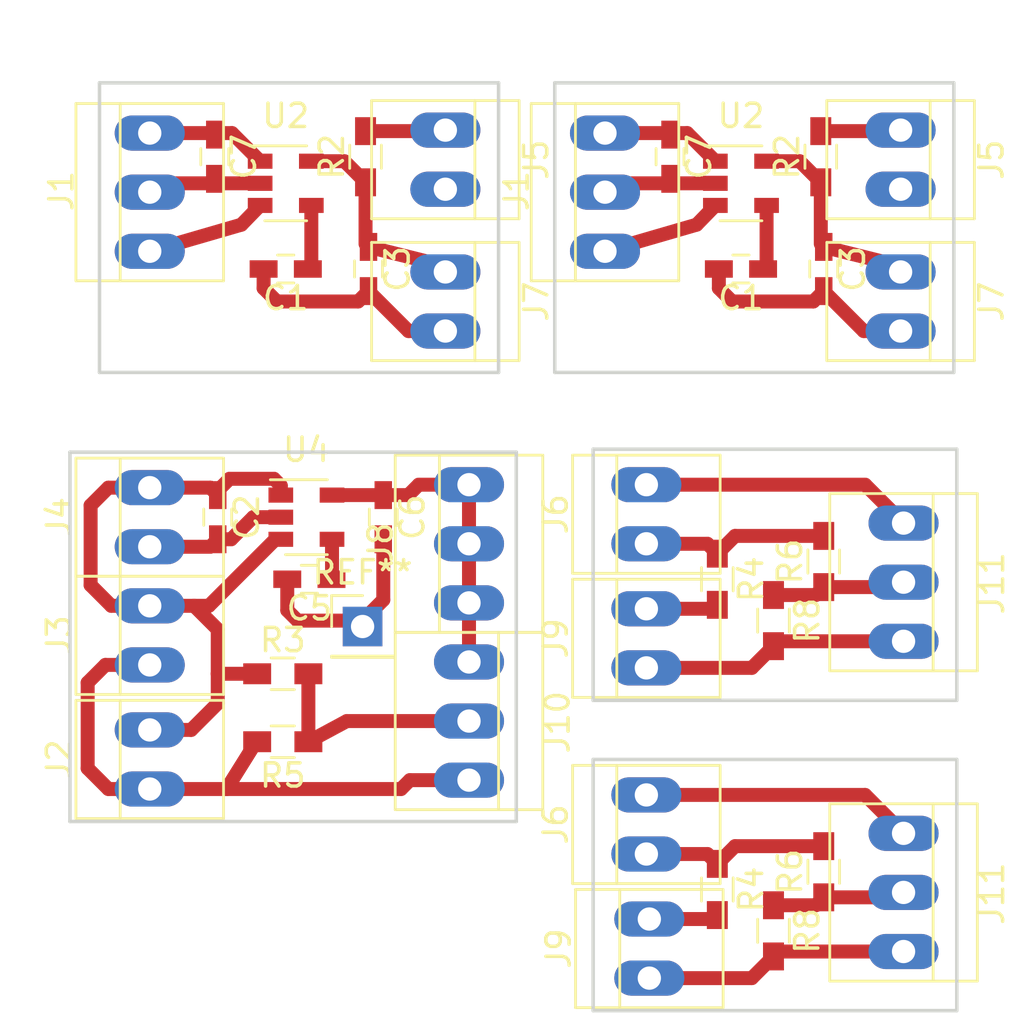
<source format=kicad_pcb>
(kicad_pcb (version 20221018) (generator pcbnew)
  (layers (0 "F.Cu" signal) (31 "B.Cu" signal) (34 "B.Paste" user) (35 "F.Paste" user) (36 "B.SilkS" user "B.Silkscreen") (37 "F.SilkS" user "F.Silkscreen") (38 "B.Mask" user) (39 "F.Mask" user) (44 "Edge.Cuts" user))
  (net 0 "")
  (net 1 "Net-(C1-Pad1)")
  (net 2 "GND")
  (net 3 "Net-(C3-Pad1)")
  (net 4 "Net-(C5-Pad1)")
  (net 5 "+3V3")
  (net 6 "Net-(J5-Pad1)")
  (net 7 "Net-(J6-Pad1)")
  (net 8 "Net-(J9-Pad2)")
  (net 9 "Net-(J10-Pad2)")
  (net 10 "+BATT")
  (net 11 "Net-(C7-Pad1)")
  (net 12 "Net-(J1-Pad1)")
  (net 13 "Net-(J11-Pad1)")
  (net 14 "Net-(J11-Pad2)")
  (footprint "Capacitors_SMD:C_0603_HandSoldering" (layer "F.Cu") (at 114.681 94.869 180)
    (fp_text reference "C1" (at 0 -1.25 180) (layer "F.SilkS"))
    (fp_text value "470")
    (fp_line (start -0.35 -0.6) (end 0.35 -0.6) (stroke (width 0.12)) (layer "F.SilkS"))
    (fp_line (start 0.35 0.6) (end -0.35 0.6) (stroke (width 0.12)) (layer "F.SilkS"))
    (pad "1" smd rect (at -0.95 0 180) (size 1.2 0.75) (layers "F.Cu" "F.Paste" "F.Mask") (net 1 "Net-(C1-Pad1)"))
    (pad "2" smd rect (at 0.95 0 180) (size 1.2 0.75) (layers "F.Cu" "F.Paste" "F.Mask") (net 2 "GND"))
  )
  (footprint "Capacitors_SMD:C_0603_HandSoldering" (layer "F.Cu") (at 111.76 105.537 -90)
    (fp_text reference "C2" (at 0 -1.25 270) (layer "F.SilkS"))
    (fp_text value "2.2uf")
    (fp_line (start -0.35 -0.6) (end 0.35 -0.6) (stroke (width 0.12)) (layer "F.SilkS"))
    (fp_line (start 0.35 0.6) (end -0.35 0.6) (stroke (width 0.12)) (layer "F.SilkS"))
    (pad "1" smd rect (at -0.95 0 270) (size 1.2 0.75) (layers "F.Cu" "F.Paste" "F.Mask") (net 10 "+BATT"))
    (pad "2" smd rect (at 0.95 0 270) (size 1.2 0.75) (layers "F.Cu" "F.Paste" "F.Mask") (net 2 "GND"))
  )
  (footprint "Capacitors_SMD:C_0603_HandSoldering" (layer "F.Cu") (at 118.237 94.869 -90)
    (fp_text reference "C3" (at 0 -1.25 270) (layer "F.SilkS"))
    (fp_text value "2.2uf")
    (fp_line (start -0.35 -0.6) (end 0.35 -0.6) (stroke (width 0.12)) (layer "F.SilkS"))
    (fp_line (start 0.35 0.6) (end -0.35 0.6) (stroke (width 0.12)) (layer "F.SilkS"))
    (pad "1" smd rect (at -0.95 0 270) (size 1.2 0.75) (layers "F.Cu" "F.Paste" "F.Mask") (net 3 "Net-(C3-Pad1)"))
    (pad "2" smd rect (at 0.95 0 270) (size 1.2 0.75) (layers "F.Cu" "F.Paste" "F.Mask") (net 2 "GND"))
  )
  (footprint "Capacitors_SMD:C_0603_HandSoldering" (layer "F.Cu") (at 115.697 108.204 180)
    (fp_text reference "C5" (at 0 -1.25 180) (layer "F.SilkS"))
    (fp_text value "470")
    (fp_line (start -0.35 -0.6) (end 0.35 -0.6) (stroke (width 0.12)) (layer "F.SilkS"))
    (fp_line (start 0.35 0.6) (end -0.35 0.6) (stroke (width 0.12)) (layer "F.SilkS"))
    (pad "1" smd rect (at -0.95 0 180) (size 1.2 0.75) (layers "F.Cu" "F.Paste" "F.Mask") (net 4 "Net-(C5-Pad1)"))
    (pad "2" smd rect (at 0.95 0 180) (size 1.2 0.75) (layers "F.Cu" "F.Paste" "F.Mask") (net 2 "GND"))
  )
  (footprint "Capacitors_SMD:C_0603_HandSoldering" (layer "F.Cu") (at 118.872 105.537 -90)
    (fp_text reference "C6" (at 0 -1.25 270) (layer "F.SilkS"))
    (fp_text value "2.2uf")
    (fp_line (start -0.35 -0.6) (end 0.35 -0.6) (stroke (width 0.12)) (layer "F.SilkS"))
    (fp_line (start 0.35 0.6) (end -0.35 0.6) (stroke (width 0.12)) (layer "F.SilkS"))
    (pad "1" smd rect (at -0.95 0 270) (size 1.2 0.75) (layers "F.Cu" "F.Paste" "F.Mask") (net 5 "+3V3"))
    (pad "2" smd rect (at 0.95 0 270) (size 1.2 0.75) (layers "F.Cu" "F.Paste" "F.Mask") (net 2 "GND"))
  )
  (footprint "Connectors:PINHEAD1-2" (layer "F.Cu") (at 108.839 111.887 90)
    (fp_text reference "J3" (at 1.27 -3.9 90) (layer "F.SilkS"))
    (fp_text value "BAT1")
    (fp_line (start -1.27 -3.17) (end -1.27 3.17) (stroke (width 0.12)) (layer "F.SilkS"))
    (fp_line (start -1.27 -3.17) (end 3.81 -3.17) (stroke (width 0.12)) (layer "F.SilkS"))
    (fp_line (start 3.81 -3.17) (end 3.81 3.17) (stroke (width 0.12)) (layer "F.SilkS"))
    (fp_line (start 3.81 -1.27) (end -1.27 -1.27) (stroke (width 0.12)) (layer "F.SilkS"))
    (fp_line (start 3.81 3.17) (end -1.27 3.17) (stroke (width 0.12)) (layer "F.SilkS"))
    (pad "1" thru_hole oval (at 0 0 90) (size 1.51 3.01) (drill 1) (layers "*.Cu" "*.Mask") (net 2 "GND"))
    (pad "2" thru_hole oval (at 2.54 0 90) (size 1.51 3.01) (drill 1) (layers "*.Cu" "*.Mask") (net 10 "+BATT"))
  )
  (footprint "Connectors:PINHEAD1-2" (layer "F.Cu") (at 121.539 88.9 -90)
    (fp_text reference "J5" (at 1.27 -3.9 270) (layer "F.SilkS"))
    (fp_text value "LED1")
    (fp_line (start -1.27 -3.17) (end -1.27 3.17) (stroke (width 0.12)) (layer "F.SilkS"))
    (fp_line (start -1.27 -3.17) (end 3.81 -3.17) (stroke (width 0.12)) (layer "F.SilkS"))
    (fp_line (start 3.81 -3.17) (end 3.81 3.17) (stroke (width 0.12)) (layer "F.SilkS"))
    (fp_line (start 3.81 -1.27) (end -1.27 -1.27) (stroke (width 0.12)) (layer "F.SilkS"))
    (fp_line (start 3.81 3.17) (end -1.27 3.17) (stroke (width 0.12)) (layer "F.SilkS"))
    (pad "1" thru_hole oval (at 0 0 270) (size 1.51 3.01) (drill 1) (layers "*.Cu" "*.Mask") (net 6 "Net-(J5-Pad1)"))
    (pad "2" thru_hole oval (at 2.54 0 270) (size 1.51 3.01) (drill 1) (layers "*.Cu" "*.Mask") (net 2 "GND"))
  )
  (footprint "Connectors:PINHEAD1-2" (layer "F.Cu") (at 130.175 106.68 90)
    (fp_text reference "J6" (at 1.27 -3.9 90) (layer "F.SilkS"))
    (fp_text value "THRTL1")
    (fp_line (start -1.27 -3.17) (end -1.27 3.17) (stroke (width 0.12)) (layer "F.SilkS"))
    (fp_line (start -1.27 -3.17) (end 3.81 -3.17) (stroke (width 0.12)) (layer "F.SilkS"))
    (fp_line (start 3.81 -3.17) (end 3.81 3.17) (stroke (width 0.12)) (layer "F.SilkS"))
    (fp_line (start 3.81 -1.27) (end -1.27 -1.27) (stroke (width 0.12)) (layer "F.SilkS"))
    (fp_line (start 3.81 3.17) (end -1.27 3.17) (stroke (width 0.12)) (layer "F.SilkS"))
    (pad "1" thru_hole oval (at 0 0 90) (size 1.51 3.01) (drill 1) (layers "*.Cu" "*.Mask") (net 7 "Net-(J6-Pad1)"))
    (pad "2" thru_hole oval (at 2.54 0 90) (size 1.51 3.01) (drill 1) (layers "*.Cu" "*.Mask") (net 13 "Net-(J11-Pad1)"))
  )
  (footprint "Connectors:PINHEAD1-2" (layer "F.Cu") (at 121.539 94.996 -90)
    (fp_text reference "J7" (at 1.27 -3.9 270) (layer "F.SilkS"))
    (fp_text value "MODULE1_POWER")
    (fp_line (start -1.27 -3.17) (end -1.27 3.17) (stroke (width 0.12)) (layer "F.SilkS"))
    (fp_line (start -1.27 -3.17) (end 3.81 -3.17) (stroke (width 0.12)) (layer "F.SilkS"))
    (fp_line (start 3.81 -3.17) (end 3.81 3.17) (stroke (width 0.12)) (layer "F.SilkS"))
    (fp_line (start 3.81 -1.27) (end -1.27 -1.27) (stroke (width 0.12)) (layer "F.SilkS"))
    (fp_line (start 3.81 3.17) (end -1.27 3.17) (stroke (width 0.12)) (layer "F.SilkS"))
    (pad "1" thru_hole oval (at 0 0 270) (size 1.51 3.01) (drill 1) (layers "*.Cu" "*.Mask") (net 3 "Net-(C3-Pad1)"))
    (pad "2" thru_hole oval (at 2.54 0 270) (size 1.51 3.01) (drill 1) (layers "*.Cu" "*.Mask") (net 2 "GND"))
  )
  (footprint "Connectors:PINHEAD1-2" (layer "F.Cu") (at 130.175 112.014 90)
    (fp_text reference "J9" (at 1.27 -3.9 90) (layer "F.SilkS"))
    (fp_text value "LED1")
    (fp_line (start -1.27 -3.17) (end -1.27 3.17) (stroke (width 0.12)) (layer "F.SilkS"))
    (fp_line (start -1.27 -3.17) (end 3.81 -3.17) (stroke (width 0.12)) (layer "F.SilkS"))
    (fp_line (start 3.81 -3.17) (end 3.81 3.17) (stroke (width 0.12)) (layer "F.SilkS"))
    (fp_line (start 3.81 -1.27) (end -1.27 -1.27) (stroke (width 0.12)) (layer "F.SilkS"))
    (fp_line (start 3.81 3.17) (end -1.27 3.17) (stroke (width 0.12)) (layer "F.SilkS"))
    (pad "1" thru_hole oval (at 0 0 90) (size 1.51 3.01) (drill 1) (layers "*.Cu" "*.Mask") (net 2 "GND"))
    (pad "2" thru_hole oval (at 2.54 0 90) (size 1.51 3.01) (drill 1) (layers "*.Cu" "*.Mask") (net 8 "Net-(J9-Pad2)"))
  )
  (footprint "Resistors_SMD:R_0603_HandSoldering" (layer "F.Cu") (at 118.11 90.043 90)
    (fp_text reference "R2" (at 0 -1.45 90) (layer "F.SilkS"))
    (fp_text value "300")
    (fp_line (start -0.5 -0.68) (end 0.5 -0.68) (stroke (width 0.12)) (layer "F.SilkS"))
    (fp_line (start 0.5 0.68) (end -0.5 0.68) (stroke (width 0.12)) (layer "F.SilkS"))
    (pad "1" smd rect (at -1.1 0 90) (size 1.2 0.9) (layers "F.Cu" "F.Paste" "F.Mask") (net 3 "Net-(C3-Pad1)"))
    (pad "2" smd rect (at 1.1 0 90) (size 1.2 0.9) (layers "F.Cu" "F.Paste" "F.Mask") (net 6 "Net-(J5-Pad1)"))
  )
  (footprint "Resistors_SMD:R_0603_HandSoldering" (layer "F.Cu") (at 114.554 112.268)
    (fp_text reference "R3" (at 0 -1.45) (layer "F.SilkS"))
    (fp_text value "30K")
    (fp_line (start -0.5 -0.68) (end 0.5 -0.68) (stroke (width 0.12)) (layer "F.SilkS"))
    (fp_line (start 0.5 0.68) (end -0.5 0.68) (stroke (width 0.12)) (layer "F.SilkS"))
    (pad "1" smd rect (at -1.1 0) (size 1.2 0.9) (layers "F.Cu" "F.Paste" "F.Mask") (net 10 "+BATT"))
    (pad "2" smd rect (at 1.1 0) (size 1.2 0.9) (layers "F.Cu" "F.Paste" "F.Mask") (net 9 "Net-(J10-Pad2)"))
  )
  (footprint "Resistors_SMD:R_0603_HandSoldering" (layer "F.Cu") (at 133.223 108.204 -90)
    (fp_text reference "R4" (at 0 -1.45 270) (layer "F.SilkS"))
    (fp_text value "600")
    (fp_line (start -0.5 -0.68) (end 0.5 -0.68) (stroke (width 0.12)) (layer "F.SilkS"))
    (fp_line (start 0.5 0.68) (end -0.5 0.68) (stroke (width 0.12)) (layer "F.SilkS"))
    (pad "1" smd rect (at -1.1 0 270) (size 1.2 0.9) (layers "F.Cu" "F.Paste" "F.Mask") (net 7 "Net-(J6-Pad1)"))
    (pad "2" smd rect (at 1.1 0 270) (size 1.2 0.9) (layers "F.Cu" "F.Paste" "F.Mask") (net 8 "Net-(J9-Pad2)"))
  )
  (footprint "Resistors_SMD:R_0603_HandSoldering" (layer "F.Cu") (at 114.554 115.189 180)
    (fp_text reference "R5" (at 0 -1.45 180) (layer "F.SilkS"))
    (fp_text value "10K")
    (fp_line (start -0.5 -0.68) (end 0.5 -0.68) (stroke (width 0.12)) (layer "F.SilkS"))
    (fp_line (start 0.5 0.68) (end -0.5 0.68) (stroke (width 0.12)) (layer "F.SilkS"))
    (pad "1" smd rect (at -1.1 0 180) (size 1.2 0.9) (layers "F.Cu" "F.Paste" "F.Mask") (net 9 "Net-(J10-Pad2)"))
    (pad "2" smd rect (at 1.1 0 180) (size 1.2 0.9) (layers "F.Cu" "F.Paste" "F.Mask") (net 2 "GND"))
  )
  (footprint "Resistors_SMD:R_0603_HandSoldering" (layer "F.Cu") (at 137.795 107.442 90)
    (fp_text reference "R6" (at 0 -1.45 90) (layer "F.SilkS"))
    (fp_text value "10K")
    (fp_line (start -0.5 -0.68) (end 0.5 -0.68) (stroke (width 0.12)) (layer "F.SilkS"))
    (fp_line (start 0.5 0.68) (end -0.5 0.68) (stroke (width 0.12)) (layer "F.SilkS"))
    (pad "1" smd rect (at -1.1 0 90) (size 1.2 0.9) (layers "F.Cu" "F.Paste" "F.Mask") (net 14 "Net-(J11-Pad2)"))
    (pad "2" smd rect (at 1.1 0 90) (size 1.2 0.9) (layers "F.Cu" "F.Paste" "F.Mask") (net 7 "Net-(J6-Pad1)"))
  )
  (footprint "Resistors_SMD:R_0603_HandSoldering" (layer "F.Cu") (at 135.636 109.982 -90)
    (fp_text reference "R8" (at 0 -1.45 270) (layer "F.SilkS"))
    (fp_text value "20K")
    (fp_line (start -0.5 -0.68) (end 0.5 -0.68) (stroke (width 0.12)) (layer "F.SilkS"))
    (fp_line (start 0.5 0.68) (end -0.5 0.68) (stroke (width 0.12)) (layer "F.SilkS"))
    (pad "1" smd rect (at -1.1 0 270) (size 1.2 0.9) (layers "F.Cu" "F.Paste" "F.Mask") (net 14 "Net-(J11-Pad2)"))
    (pad "2" smd rect (at 1.1 0 270) (size 1.2 0.9) (layers "F.Cu" "F.Paste" "F.Mask") (net 2 "GND"))
  )
  (footprint "TO_SOT_Packages_SMD:SOT-23-5" (layer "F.Cu") (at 114.681 91.186)
    (fp_text reference "U2" (at 0 -2.9) (layer "F.SilkS"))
    (fp_text value "MIC5219-3.3BM5")
    (fp_line (start -0.9 1.61) (end 0.9 1.61) (stroke (width 0.12)) (layer "F.SilkS"))
    (fp_line (start 0.9 -1.61) (end -1.55 -1.61) (stroke (width 0.12)) (layer "F.SilkS"))
    (pad "1" smd rect (at -1.1 -0.95) (size 1.06 0.65) (layers "F.Cu" "F.Paste" "F.Mask") (net 11 "Net-(C7-Pad1)"))
    (pad "2" smd rect (at -1.1 0) (size 1.06 0.65) (layers "F.Cu" "F.Paste" "F.Mask") (net 2 "GND"))
    (pad "3" smd rect (at -1.1 0.95) (size 1.06 0.65) (layers "F.Cu" "F.Paste" "F.Mask") (net 12 "Net-(J1-Pad1)"))
    (pad "4" smd rect (at 1.1 0.95) (size 1.06 0.65) (layers "F.Cu" "F.Paste" "F.Mask") (net 1 "Net-(C1-Pad1)"))
    (pad "5" smd rect (at 1.1 -0.95) (size 1.06 0.65) (layers "F.Cu" "F.Paste" "F.Mask") (net 3 "Net-(C3-Pad1)"))
  )
  (footprint "TO_SOT_Packages_SMD:SOT-23-5" (layer "F.Cu") (at 115.57 105.537)
    (fp_text reference "U4" (at 0 -2.9) (layer "F.SilkS"))
    (fp_text value "MIC5219-3.3BM5")
    (fp_line (start -0.9 1.61) (end 0.9 1.61) (stroke (width 0.12)) (layer "F.SilkS"))
    (fp_line (start 0.9 -1.61) (end -1.55 -1.61) (stroke (width 0.12)) (layer "F.SilkS"))
    (pad "1" smd rect (at -1.1 -0.95) (size 1.06 0.65) (layers "F.Cu" "F.Paste" "F.Mask") (net 10 "+BATT"))
    (pad "2" smd rect (at -1.1 0) (size 1.06 0.65) (layers "F.Cu" "F.Paste" "F.Mask") (net 2 "GND"))
    (pad "3" smd rect (at -1.1 0.95) (size 1.06 0.65) (layers "F.Cu" "F.Paste" "F.Mask") (net 10 "+BATT"))
    (pad "4" smd rect (at 1.1 0.95) (size 1.06 0.65) (layers "F.Cu" "F.Paste" "F.Mask") (net 4 "Net-(C5-Pad1)"))
    (pad "5" smd rect (at 1.1 -0.95) (size 1.06 0.65) (layers "F.Cu" "F.Paste" "F.Mask") (net 5 "+3V3"))
  )
  (footprint "Capacitors_SMD:C_0603_HandSoldering" (layer "F.Cu") (at 111.633 90.043 -90)
    (fp_text reference "C7" (at 0 -1.25 270) (layer "F.SilkS"))
    (fp_text value "2.2uf")
    (fp_line (start -0.35 -0.6) (end 0.35 -0.6) (stroke (width 0.12)) (layer "F.SilkS"))
    (fp_line (start 0.35 0.6) (end -0.35 0.6) (stroke (width 0.12)) (layer "F.SilkS"))
    (pad "1" smd rect (at -0.95 0 270) (size 1.2 0.75) (layers "F.Cu" "F.Paste" "F.Mask") (net 11 "Net-(C7-Pad1)"))
    (pad "2" smd rect (at 0.95 0 270) (size 1.2 0.75) (layers "F.Cu" "F.Paste" "F.Mask") (net 2 "GND"))
  )
  (footprint "Connectors:PINHEAD1-3" (layer "F.Cu") (at 108.839 94.107 90)
    (fp_text reference "J1" (at 2.59 -3.8 90) (layer "F.SilkS"))
    (fp_text value "CONN_01X03")
    (fp_line (start -1.27 -3.17) (end -1.27 3.17) (stroke (width 0.12)) (layer "F.SilkS"))
    (fp_line (start -1.27 -3.17) (end 6.35 -3.17) (stroke (width 0.12)) (layer "F.SilkS"))
    (fp_line (start 6.35 -3.17) (end 6.35 3.17) (stroke (width 0.12)) (layer "F.SilkS"))
    (fp_line (start 6.35 -1.27) (end -1.27 -1.27) (stroke (width 0.12)) (layer "F.SilkS"))
    (fp_line (start 6.35 3.17) (end -1.27 3.17) (stroke (width 0.12)) (layer "F.SilkS"))
    (pad "1" thru_hole oval (at 0 0 90) (size 1.51 3.01) (drill 1) (layers "*.Cu" "*.Mask") (net 12 "Net-(J1-Pad1)"))
    (pad "2" thru_hole oval (at 2.54 0 90) (size 1.51 3.01) (drill 1) (layers "*.Cu" "*.Mask") (net 2 "GND"))
    (pad "3" thru_hole oval (at 5.08 0 90) (size 1.51 3.01) (drill 1) (layers "*.Cu" "*.Mask") (net 11 "Net-(C7-Pad1)"))
  )
  (footprint "Connectors:PINHEAD1-2" (layer "F.Cu") (at 108.839 117.221 90)
    (fp_text reference "J2" (at 1.27 -3.9 90) (layer "F.SilkS"))
    (fp_text value "BAT2")
    (fp_line (start -1.27 -3.17) (end -1.27 3.17) (stroke (width 0.12)) (layer "F.SilkS"))
    (fp_line (start -1.27 -3.17) (end 3.81 -3.17) (stroke (width 0.12)) (layer "F.SilkS"))
    (fp_line (start 3.81 -3.17) (end 3.81 3.17) (stroke (width 0.12)) (layer "F.SilkS"))
    (fp_line (start 3.81 -1.27) (end -1.27 -1.27) (stroke (width 0.12)) (layer "F.SilkS"))
    (fp_line (start 3.81 3.17) (end -1.27 3.17) (stroke (width 0.12)) (layer "F.SilkS"))
    (pad "1" thru_hole oval (at 0 0 90) (size 1.51 3.01) (drill 1) (layers "*.Cu" "*.Mask") (net 2 "GND"))
    (pad "2" thru_hole oval (at 2.54 0 90) (size 1.51 3.01) (drill 1) (layers "*.Cu" "*.Mask") (net 10 "+BATT"))
  )
  (footprint "Connectors:PINHEAD1-2" (layer "F.Cu") (at 108.839 106.807 90)
    (fp_text reference "J4" (at 1.27 -3.9 90) (layer "F.SilkS"))
    (fp_text value "BAT")
    (fp_line (start -1.27 -3.17) (end -1.27 3.17) (stroke (width 0.12)) (layer "F.SilkS"))
    (fp_line (start -1.27 -3.17) (end 3.81 -3.17) (stroke (width 0.12)) (layer "F.SilkS"))
    (fp_line (start 3.81 -3.17) (end 3.81 3.17) (stroke (width 0.12)) (layer "F.SilkS"))
    (fp_line (start 3.81 -1.27) (end -1.27 -1.27) (stroke (width 0.12)) (layer "F.SilkS"))
    (fp_line (start 3.81 3.17) (end -1.27 3.17) (stroke (width 0.12)) (layer "F.SilkS"))
    (pad "1" thru_hole oval (at 0 0 90) (size 1.51 3.01) (drill 1) (layers "*.Cu" "*.Mask") (net 2 "GND"))
    (pad "2" thru_hole oval (at 2.54 0 90) (size 1.51 3.01) (drill 1) (layers "*.Cu" "*.Mask") (net 10 "+BATT"))
  )
  (footprint "Connectors:PINHEAD1-3" (layer "F.Cu") (at 122.555 109.22 90)
    (fp_text reference "J8" (at 2.59 -3.8 90) (layer "F.SilkS"))
    (fp_text value "3.3V")
    (fp_line (start -1.27 -3.17) (end -1.27 3.17) (stroke (width 0.12)) (layer "F.SilkS"))
    (fp_line (start -1.27 -3.17) (end 6.35 -3.17) (stroke (width 0.12)) (layer "F.SilkS"))
    (fp_line (start 6.35 -3.17) (end 6.35 3.17) (stroke (width 0.12)) (layer "F.SilkS"))
    (fp_line (start 6.35 -1.27) (end -1.27 -1.27) (stroke (width 0.12)) (layer "F.SilkS"))
    (fp_line (start 6.35 3.17) (end -1.27 3.17) (stroke (width 0.12)) (layer "F.SilkS"))
    (pad "1" thru_hole oval (at 0 0 90) (size 1.51 3.01) (drill 1) (layers "*.Cu" "*.Mask") (net 5 "+3V3"))
    (pad "2" thru_hole oval (at 2.54 0 90) (size 1.51 3.01) (drill 1) (layers "*.Cu" "*.Mask") (net 5 "+3V3"))
    (pad "3" thru_hole oval (at 5.08 0 90) (size 1.51 3.01) (drill 1) (layers "*.Cu" "*.Mask") (net 5 "+3V3"))
  )
  (footprint "Connectors:PINHEAD1-3" (layer "F.Cu") (at 122.555 111.76 -90)
    (fp_text reference "J10" (at 2.59 -3.8 270) (layer "F.SilkS"))
    (fp_text value "STAB")
    (fp_line (start -1.27 -3.17) (end -1.27 3.17) (stroke (width 0.12)) (layer "F.SilkS"))
    (fp_line (start -1.27 -3.17) (end 6.35 -3.17) (stroke (width 0.12)) (layer "F.SilkS"))
    (fp_line (start 6.35 -3.17) (end 6.35 3.17) (stroke (width 0.12)) (layer "F.SilkS"))
    (fp_line (start 6.35 -1.27) (end -1.27 -1.27) (stroke (width 0.12)) (layer "F.SilkS"))
    (fp_line (start 6.35 3.17) (end -1.27 3.17) (stroke (width 0.12)) (layer "F.SilkS"))
    (pad "1" thru_hole oval (at 0 0 270) (size 1.51 3.01) (drill 1) (layers "*.Cu" "*.Mask") (net 5 "+3V3"))
    (pad "2" thru_hole oval (at 2.54 0 270) (size 1.51 3.01) (drill 1) (layers "*.Cu" "*.Mask") (net 9 "Net-(J10-Pad2)"))
    (pad "3" thru_hole oval (at 5.08 0 270) (size 1.51 3.01) (drill 1) (layers "*.Cu" "*.Mask") (net 2 "GND"))
  )
  (footprint "Connectors:PINHEAD1-3" (layer "F.Cu") (at 141.224 105.791 -90)
    (fp_text reference "J11" (at 2.59 -3.8 270) (layer "F.SilkS"))
    (fp_text value "CH5")
    (fp_line (start -1.27 -3.17) (end -1.27 3.17) (stroke (width 0.12)) (layer "F.SilkS"))
    (fp_line (start -1.27 -3.17) (end 6.35 -3.17) (stroke (width 0.12)) (layer "F.SilkS"))
    (fp_line (start 6.35 -3.17) (end 6.35 3.17) (stroke (width 0.12)) (layer "F.SilkS"))
    (fp_line (start 6.35 -1.27) (end -1.27 -1.27) (stroke (width 0.12)) (layer "F.SilkS"))
    (fp_line (start 6.35 3.17) (end -1.27 3.17) (stroke (width 0.12)) (layer "F.SilkS"))
    (pad "1" thru_hole oval (at 0 0 270) (size 1.51 3.01) (drill 1) (layers "*.Cu" "*.Mask") (net 13 "Net-(J11-Pad1)"))
    (pad "2" thru_hole oval (at 2.54 0 270) (size 1.51 3.01) (drill 1) (layers "*.Cu" "*.Mask") (net 14 "Net-(J11-Pad2)"))
    (pad "3" thru_hole oval (at 5.08 0 270) (size 1.51 3.01) (drill 1) (layers "*.Cu" "*.Mask") (net 2 "GND"))
  )
  (footprint "Socket_Strips:Socket_Strip_Straight_1x01_Pitch2.54mm" (layer "F.Cu") (at 117.983 110.236)
    (fp_text reference "REF**" (at 0 -2.33) (layer "F.SilkS"))
    (fp_text value "Socket_Strip_Straight_1x01_Pitch2.54mm")
    (fp_line (start -1.33 -1.33) (end 0 -1.33) (stroke (width 0.12)) (layer "F.SilkS"))
    (fp_line (start -1.33 0) (end -1.33 -1.33) (stroke (width 0.12)) (layer "F.SilkS"))
    (fp_line (start -1.33 1.27) (end -1.33 1.33) (stroke (width 0.12)) (layer "F.SilkS"))
    (fp_line (start -1.33 1.33) (end 1.33 1.33) (stroke (width 0.12)) (layer "F.SilkS"))
    (fp_line (start 1.33 1.27) (end -1.33 1.27) (stroke (width 0.12)) (layer "F.SilkS"))
    (fp_line (start 1.33 1.33) (end 1.33 1.27) (stroke (width 0.12)) (layer "F.SilkS"))
    (pad "1" thru_hole rect (at 0 0) (size 1.7 1.7) (drill 1) (layers "*.Cu" "*.Mask"))
  )
  (footprint "Capacitors_SMD:C_0603_HandSoldering" (layer "F.Cu") (at 134.239 94.869 180)
    (fp_text reference "C1" (at 0 -1.25 180) (layer "F.SilkS"))
    (fp_text value "470")
    (fp_line (start -0.35 -0.6) (end 0.35 -0.6) (stroke (width 0.12)) (layer "F.SilkS"))
    (fp_line (start 0.35 0.6) (end -0.35 0.6) (stroke (width 0.12)) (layer "F.SilkS"))
    (pad "1" smd rect (at -0.95 0 180) (size 1.2 0.75) (layers "F.Cu" "F.Paste" "F.Mask") (net 1 "Net-(C1-Pad1)"))
    (pad "2" smd rect (at 0.95 0 180) (size 1.2 0.75) (layers "F.Cu" "F.Paste" "F.Mask") (net 2 "GND"))
  )
  (footprint "Capacitors_SMD:C_0603_HandSoldering" (layer "F.Cu") (at 137.795 94.869 -90)
    (fp_text reference "C3" (at 0 -1.25 270) (layer "F.SilkS"))
    (fp_text value "2.2uf")
    (fp_line (start -0.35 -0.6) (end 0.35 -0.6) (stroke (width 0.12)) (layer "F.SilkS"))
    (fp_line (start 0.35 0.6) (end -0.35 0.6) (stroke (width 0.12)) (layer "F.SilkS"))
    (pad "1" smd rect (at -0.95 0 270) (size 1.2 0.75) (layers "F.Cu" "F.Paste" "F.Mask") (net 3 "Net-(C3-Pad1)"))
    (pad "2" smd rect (at 0.95 0 270) (size 1.2 0.75) (layers "F.Cu" "F.Paste" "F.Mask") (net 2 "GND"))
  )
  (footprint "Connectors:PINHEAD1-2" (layer "F.Cu") (at 141.097 88.9 -90)
    (fp_text reference "J5" (at 1.27 -3.9 270) (layer "F.SilkS"))
    (fp_text value "LED1")
    (fp_line (start -1.27 -3.17) (end -1.27 3.17) (stroke (width 0.12)) (layer "F.SilkS"))
    (fp_line (start -1.27 -3.17) (end 3.81 -3.17) (stroke (width 0.12)) (layer "F.SilkS"))
    (fp_line (start 3.81 -3.17) (end 3.81 3.17) (stroke (width 0.12)) (layer "F.SilkS"))
    (fp_line (start 3.81 -1.27) (end -1.27 -1.27) (stroke (width 0.12)) (layer "F.SilkS"))
    (fp_line (start 3.81 3.17) (end -1.27 3.17) (stroke (width 0.12)) (layer "F.SilkS"))
    (pad "1" thru_hole oval (at 0 0 270) (size 1.51 3.01) (drill 1) (layers "*.Cu" "*.Mask") (net 6 "Net-(J5-Pad1)"))
    (pad "2" thru_hole oval (at 2.54 0 270) (size 1.51 3.01) (drill 1) (layers "*.Cu" "*.Mask") (net 2 "GND"))
  )
  (footprint "Connectors:PINHEAD1-2" (layer "F.Cu") (at 141.097 94.996 -90)
    (fp_text reference "J7" (at 1.27 -3.9 270) (layer "F.SilkS"))
    (fp_text value "MODULE1_POWER")
    (fp_line (start -1.27 -3.17) (end -1.27 3.17) (stroke (width 0.12)) (layer "F.SilkS"))
    (fp_line (start -1.27 -3.17) (end 3.81 -3.17) (stroke (width 0.12)) (layer "F.SilkS"))
    (fp_line (start 3.81 -3.17) (end 3.81 3.17) (stroke (width 0.12)) (layer "F.SilkS"))
    (fp_line (start 3.81 -1.27) (end -1.27 -1.27) (stroke (width 0.12)) (layer "F.SilkS"))
    (fp_line (start 3.81 3.17) (end -1.27 3.17) (stroke (width 0.12)) (layer "F.SilkS"))
    (pad "1" thru_hole oval (at 0 0 270) (size 1.51 3.01) (drill 1) (layers "*.Cu" "*.Mask") (net 3 "Net-(C3-Pad1)"))
    (pad "2" thru_hole oval (at 2.54 0 270) (size 1.51 3.01) (drill 1) (layers "*.Cu" "*.Mask") (net 2 "GND"))
  )
  (footprint "Resistors_SMD:R_0603_HandSoldering" (layer "F.Cu") (at 137.668 90.043 90)
    (fp_text reference "R2" (at 0 -1.45 90) (layer "F.SilkS"))
    (fp_text value "300")
    (fp_line (start -0.5 -0.68) (end 0.5 -0.68) (stroke (width 0.12)) (layer "F.SilkS"))
    (fp_line (start 0.5 0.68) (end -0.5 0.68) (stroke (width 0.12)) (layer "F.SilkS"))
    (pad "1" smd rect (at -1.1 0 90) (size 1.2 0.9) (layers "F.Cu" "F.Paste" "F.Mask") (net 3 "Net-(C3-Pad1)"))
    (pad "2" smd rect (at 1.1 0 90) (size 1.2 0.9) (layers "F.Cu" "F.Paste" "F.Mask") (net 6 "Net-(J5-Pad1)"))
  )
  (footprint "TO_SOT_Packages_SMD:SOT-23-5" (layer "F.Cu") (at 134.239 91.186)
    (fp_text reference "U2" (at 0 -2.9) (layer "F.SilkS"))
    (fp_text value "MIC5219-3.3BM5")
    (fp_line (start -0.9 1.61) (end 0.9 1.61) (stroke (width 0.12)) (layer "F.SilkS"))
    (fp_line (start 0.9 -1.61) (end -1.55 -1.61) (stroke (width 0.12)) (layer "F.SilkS"))
    (pad "1" smd rect (at -1.1 -0.95) (size 1.06 0.65) (layers "F.Cu" "F.Paste" "F.Mask") (net 11 "Net-(C7-Pad1)"))
    (pad "2" smd rect (at -1.1 0) (size 1.06 0.65) (layers "F.Cu" "F.Paste" "F.Mask") (net 2 "GND"))
    (pad "3" smd rect (at -1.1 0.95) (size 1.06 0.65) (layers "F.Cu" "F.Paste" "F.Mask") (net 12 "Net-(J1-Pad1)"))
    (pad "4" smd rect (at 1.1 0.95) (size 1.06 0.65) (layers "F.Cu" "F.Paste" "F.Mask") (net 1 "Net-(C1-Pad1)"))
    (pad "5" smd rect (at 1.1 -0.95) (size 1.06 0.65) (layers "F.Cu" "F.Paste" "F.Mask") (net 3 "Net-(C3-Pad1)"))
  )
  (footprint "Capacitors_SMD:C_0603_HandSoldering" (layer "F.Cu") (at 131.191 90.043 -90)
    (fp_text reference "C7" (at 0 -1.25 270) (layer "F.SilkS"))
    (fp_text value "2.2uf")
    (fp_line (start -0.35 -0.6) (end 0.35 -0.6) (stroke (width 0.12)) (layer "F.SilkS"))
    (fp_line (start 0.35 0.6) (end -0.35 0.6) (stroke (width 0.12)) (layer "F.SilkS"))
    (pad "1" smd rect (at -0.95 0 270) (size 1.2 0.75) (layers "F.Cu" "F.Paste" "F.Mask") (net 11 "Net-(C7-Pad1)"))
    (pad "2" smd rect (at 0.95 0 270) (size 1.2 0.75) (layers "F.Cu" "F.Paste" "F.Mask") (net 2 "GND"))
  )
  (footprint "Connectors:PINHEAD1-3" (layer "F.Cu") (at 128.397 94.107 90)
    (fp_text reference "J1" (at 2.59 -3.8 90) (layer "F.SilkS"))
    (fp_text value "CONN_01X03")
    (fp_line (start -1.27 -3.17) (end -1.27 3.17) (stroke (width 0.12)) (layer "F.SilkS"))
    (fp_line (start -1.27 -3.17) (end 6.35 -3.17) (stroke (width 0.12)) (layer "F.SilkS"))
    (fp_line (start 6.35 -3.17) (end 6.35 3.17) (stroke (width 0.12)) (layer "F.SilkS"))
    (fp_line (start 6.35 -1.27) (end -1.27 -1.27) (stroke (width 0.12)) (layer "F.SilkS"))
    (fp_line (start 6.35 3.17) (end -1.27 3.17) (stroke (width 0.12)) (layer "F.SilkS"))
    (pad "1" thru_hole oval (at 0 0 90) (size 1.51 3.01) (drill 1) (layers "*.Cu" "*.Mask") (net 12 "Net-(J1-Pad1)"))
    (pad "2" thru_hole oval (at 2.54 0 90) (size 1.51 3.01) (drill 1) (layers "*.Cu" "*.Mask") (net 2 "GND"))
    (pad "3" thru_hole oval (at 5.08 0 90) (size 1.51 3.01) (drill 1) (layers "*.Cu" "*.Mask") (net 11 "Net-(C7-Pad1)"))
  )
  (footprint "Resistors_SMD:R_0603_HandSoldering" (layer "F.Cu") (at 133.223 121.539 -90)
    (fp_text reference "R4" (at 0 -1.45 270) (layer "F.SilkS"))
    (fp_text value "600")
    (fp_line (start -0.5 -0.68) (end 0.5 -0.68) (stroke (width 0.12)) (layer "F.SilkS"))
    (fp_line (start 0.5 0.68) (end -0.5 0.68) (stroke (width 0.12)) (layer "F.SilkS"))
    (pad "1" smd rect (at -1.1 0 270) (size 1.2 0.9) (layers "F.Cu" "F.Paste" "F.Mask") (net 7 "Net-(J6-Pad1)"))
    (pad "2" smd rect (at 1.1 0 270) (size 1.2 0.9) (layers "F.Cu" "F.Paste" "F.Mask") (net 8 "Net-(J9-Pad2)"))
  )
  (footprint "Resistors_SMD:R_0603_HandSoldering" (layer "F.Cu") (at 137.795 120.777 90)
    (fp_text reference "R6" (at 0 -1.45 90) (layer "F.SilkS"))
    (fp_text value "10K")
    (fp_line (start -0.5 -0.68) (end 0.5 -0.68) (stroke (width 0.12)) (layer "F.SilkS"))
    (fp_line (start 0.5 0.68) (end -0.5 0.68) (stroke (width 0.12)) (layer "F.SilkS"))
    (pad "1" smd rect (at -1.1 0 90) (size 1.2 0.9) (layers "F.Cu" "F.Paste" "F.Mask") (net 14 "Net-(J11-Pad2)"))
    (pad "2" smd rect (at 1.1 0 90) (size 1.2 0.9) (layers "F.Cu" "F.Paste" "F.Mask") (net 7 "Net-(J6-Pad1)"))
  )
  (footprint "Resistors_SMD:R_0603_HandSoldering" (layer "F.Cu") (at 135.636 123.317 -90)
    (fp_text reference "R8" (at 0 -1.45 270) (layer "F.SilkS"))
    (fp_text value "20K")
    (fp_line (start -0.5 -0.68) (end 0.5 -0.68) (stroke (width 0.12)) (layer "F.SilkS"))
    (fp_line (start 0.5 0.68) (end -0.5 0.68) (stroke (width 0.12)) (layer "F.SilkS"))
    (pad "1" smd rect (at -1.1 0 270) (size 1.2 0.9) (layers "F.Cu" "F.Paste" "F.Mask") (net 14 "Net-(J11-Pad2)"))
    (pad "2" smd rect (at 1.1 0 270) (size 1.2 0.9) (layers "F.Cu" "F.Paste" "F.Mask") (net 2 "GND"))
  )
  (footprint "Connectors:PINHEAD1-3" (layer "F.Cu") (at 141.224 119.126 -90)
    (fp_text reference "J11" (at 2.59 -3.8 270) (layer "F.SilkS"))
    (fp_text value "CH5")
    (fp_line (start -1.27 -3.17) (end -1.27 3.17) (stroke (width 0.12)) (layer "F.SilkS"))
    (fp_line (start -1.27 -3.17) (end 6.35 -3.17) (stroke (width 0.12)) (layer "F.SilkS"))
    (fp_line (start 6.35 -3.17) (end 6.35 3.17) (stroke (width 0.12)) (layer "F.SilkS"))
    (fp_line (start 6.35 -1.27) (end -1.27 -1.27) (stroke (width 0.12)) (layer "F.SilkS"))
    (fp_line (start 6.35 3.17) (end -1.27 3.17) (stroke (width 0.12)) (layer "F.SilkS"))
    (pad "1" thru_hole oval (at 0 0 270) (size 1.51 3.01) (drill 1) (layers "*.Cu" "*.Mask") (net 13 "Net-(J11-Pad1)"))
    (pad "2" thru_hole oval (at 2.54 0 270) (size 1.51 3.01) (drill 1) (layers "*.Cu" "*.Mask") (net 14 "Net-(J11-Pad2)"))
    (pad "3" thru_hole oval (at 5.08 0 270) (size 1.51 3.01) (drill 1) (layers "*.Cu" "*.Mask") (net 2 "GND"))
  )
  (footprint "Connectors:PINHEAD1-2" (layer "F.Cu") (at 130.175 120.015 90)
    (fp_text reference "J6" (at 1.27 -3.9 90) (layer "F.SilkS"))
    (fp_text value "THRTL1")
    (fp_line (start -1.27 -3.17) (end -1.27 3.17) (stroke (width 0.12)) (layer "F.SilkS"))
    (fp_line (start -1.27 -3.17) (end 3.81 -3.17) (stroke (width 0.12)) (layer "F.SilkS"))
    (fp_line (start 3.81 -3.17) (end 3.81 3.17) (stroke (width 0.12)) (layer "F.SilkS"))
    (fp_line (start 3.81 -1.27) (end -1.27 -1.27) (stroke (width 0.12)) (layer "F.SilkS"))
    (fp_line (start 3.81 3.17) (end -1.27 3.17) (stroke (width 0.12)) (layer "F.SilkS"))
    (pad "1" thru_hole oval (at 0 0 90) (size 1.51 3.01) (drill 1) (layers "*.Cu" "*.Mask") (net 7 "Net-(J6-Pad1)"))
    (pad "2" thru_hole oval (at 2.54 0 90) (size 1.51 3.01) (drill 1) (layers "*.Cu" "*.Mask") (net 13 "Net-(J11-Pad1)"))
  )
  (footprint "Connectors:PINHEAD1-2" (layer "F.Cu") (at 130.302 125.349 90)
    (fp_text reference "J9" (at 1.27 -3.9 90) (layer "F.SilkS"))
    (fp_text value "LED1")
    (fp_line (start -1.27 -3.17) (end -1.27 3.17) (stroke (width 0.12)) (layer "F.SilkS"))
    (fp_line (start -1.27 -3.17) (end 3.81 -3.17) (stroke (width 0.12)) (layer "F.SilkS"))
    (fp_line (start 3.81 -3.17) (end 3.81 3.17) (stroke (width 0.12)) (layer "F.SilkS"))
    (fp_line (start 3.81 -1.27) (end -1.27 -1.27) (stroke (width 0.12)) (layer "F.SilkS"))
    (fp_line (start 3.81 3.17) (end -1.27 3.17) (stroke (width 0.12)) (layer "F.SilkS"))
    (pad "1" thru_hole oval (at 0 0 90) (size 1.51 3.01) (drill 1) (layers "*.Cu" "*.Mask") (net 2 "GND"))
    (pad "2" thru_hole oval (at 2.54 0 90) (size 1.51 3.01) (drill 1) (layers "*.Cu" "*.Mask") (net 8 "Net-(J9-Pad2)"))
  )
  (gr_line (start 126.238 86.868) (end 126.238 99.314) (stroke (width 0.15)) (layer "Edge.Cuts"))
  (gr_line (start 143.383 86.868) (end 126.238 86.868) (stroke (width 0.15)) (layer "Edge.Cuts"))
  (gr_line (start 143.383 99.314) (end 126.238 99.314) (stroke (width 0.15)) (layer "Edge.Cuts"))
  (gr_line (start 143.383 99.314) (end 143.383 86.868) (stroke (width 0.15)) (layer "Edge.Cuts"))
  (gr_line (start 143.51 115.951) (end 127.889 115.951) (stroke (width 0.15)) (layer "Edge.Cuts"))
  (gr_line (start 143.51 126.746) (end 143.51 115.951) (stroke (width 0.15)) (layer "Edge.Cuts"))
  (gr_line (start 127.889 126.746) (end 143.51 126.746) (stroke (width 0.15)) (layer "Edge.Cuts"))
  (gr_line (start 127.889 115.951) (end 127.889 126.746) (stroke (width 0.15)) (layer "Edge.Cuts"))
  (gr_line (start 106.68 86.868) (end 106.68 99.314) (stroke (width 0.15)) (layer "Edge.Cuts"))
  (gr_line (start 123.825 99.314) (end 106.68 99.314) (stroke (width 0.15)) (layer "Edge.Cuts"))
  (gr_line (start 143.51 113.411) (end 143.51 102.616) (stroke (width 0.15)) (layer "Edge.Cuts"))
  (gr_line (start 105.41 102.743) (end 105.41 118.618) (stroke (width 0.15)) (layer "Edge.Cuts"))
  (gr_line (start 124.587 118.618) (end 105.41 118.618) (stroke (width 0.15)) (layer "Edge.Cuts"))
  (gr_line (start 124.587 118.618) (end 124.587 102.743) (stroke (width 0.15)) (layer "Edge.Cuts"))
  (gr_line (start 127.889 113.411) (end 143.51 113.411) (stroke (width 0.15)) (layer "Edge.Cuts"))
  (gr_line (start 127.889 102.616) (end 127.889 113.411) (stroke (width 0.15)) (layer "Edge.Cuts"))
  (gr_line (start 123.825 86.868) (end 106.68 86.868) (stroke (width 0.15)) (layer "Edge.Cuts"))
  (gr_line (start 105.41 102.743) (end 124.587 102.743) (stroke (width 0.15)) (layer "Edge.Cuts"))
  (gr_line (start 143.51 102.616) (end 127.889 102.616) (stroke (width 0.15)) (layer "Edge.Cuts"))
  (gr_line (start 123.825 99.314) (end 123.825 86.868) (stroke (width 0.15)) (layer "Edge.Cuts"))
  (segment (start 115.781 94.719) (end 115.631 94.869) (width 0.5) (layer "F.Cu") (net 1))
  (segment (start 135.339 94.719) (end 135.189 94.869) (width 0.5) (layer "F.Cu") (net 1))
  (segment (start 135.339 92.136) (end 135.339 94.719) (width 0.6) (layer "F.Cu") (net 1))
  (segment (start 115.781 92.136) (end 115.781 94.719) (width 0.6) (layer "F.Cu") (net 1))
  (segment (start 109.601 91.186) (end 109.22 91.567) (width 0.5) (layer "F.Cu") (net 2))
  (segment (start 119.954 97.536) (end 118.237 95.819) (width 0.6) (layer "F.Cu") (net 2))
  (segment (start 113.731 95.697) (end 114.3 96.266) (width 0.6) (layer "F.Cu") (net 2))
  (segment (start 114.3 96.266) (end 117.79 96.266) (width 0.6) (layer "F.Cu") (net 2))
  (segment (start 117.79 96.266) (end 118.237 95.819) (width 0.6) (layer "F.Cu") (net 2))
  (segment (start 111.44 106.807) (end 111.76 106.487) (width 0.6) (layer "F.Cu") (net 2))
  (segment (start 112.334 106.487) (end 113.284 105.537) (width 0.6) (layer "F.Cu") (net 2))
  (segment (start 113.284 105.537) (end 114.47 105.537) (width 0.6) (layer "F.Cu") (net 2))
  (segment (start 113.411 115.189) (end 112.141 117.221) (width 0.6) (layer "F.Cu") (net 2))
  (segment (start 112.141 117.221) (end 108.839 117.221) (width 0.6) (layer "F.Cu") (net 2))
  (segment (start 120.015 116.84) (end 119.634 117.221) (width 0.6) (layer "F.Cu") (net 2))
  (segment (start 119.634 117.221) (end 112.141 117.221) (width 0.6) (layer "F.Cu") (net 2))
  (segment (start 106.934 111.887) (end 106.172 112.649) (width 0.6) (layer "F.Cu") (net 2))
  (segment (start 106.172 112.649) (end 106.172 116.332) (width 0.6) (layer "F.Cu") (net 2))
  (segment (start 106.172 116.332) (end 107.061 117.221) (width 0.6) (layer "F.Cu") (net 2))
  (segment (start 107.061 117.221) (end 108.839 117.221) (width 0.6) (layer "F.Cu") (net 2))
  (segment (start 114.747 109.54) (end 115.189 109.982) (width 0.6) (layer "F.Cu") (net 2))
  (segment (start 115.189 109.982) (end 117.983 109.982) (width 0.6) (layer "F.Cu") (net 2))
  (segment (start 117.983 109.982) (end 118.872 109.093) (width 0.6) (layer "F.Cu") (net 2))
  (segment (start 118.872 109.093) (end 118.872 106.487) (width 0.6) (layer "F.Cu") (net 2))
  (segment (start 133.289 94.869) (end 133.289 95.697) (width 0.6) (layer "F.Cu") (net 2))
  (segment (start 137.348 96.266) (end 137.795 95.819) (width 0.6) (layer "F.Cu") (net 2))
  (segment (start 133.858 96.266) (end 137.348 96.266) (width 0.6) (layer "F.Cu") (net 2))
  (segment (start 133.289 95.697) (end 133.858 96.266) (width 0.6) (layer "F.Cu") (net 2))
  (segment (start 141.097 97.536) (end 139.512 97.536) (width 0.6) (layer "F.Cu") (net 2))
  (segment (start 139.512 97.536) (end 137.795 95.819) (width 0.6) (layer "F.Cu") (net 2))
  (segment (start 133.139 91.186) (end 129.159 91.186) (width 0.6) (layer "F.Cu") (net 2))
  (segment (start 129.159 91.186) (end 128.778 91.567) (width 0.5) (layer "F.Cu") (net 2))
  (segment (start 134.704 112.014) (end 135.847 110.871) (width 0.6) (layer "F.Cu") (net 2))
  (segment (start 135.847 110.871) (end 141.224 110.871) (width 0.6) (layer "F.Cu") (net 2))
  (segment (start 130.175 125.349) (end 134.704 125.349) (width 0.6) (layer "F.Cu") (net 2))
  (segment (start 134.704 125.349) (end 135.847 124.206) (width 0.6) (layer "F.Cu") (net 2))
  (segment (start 135.847 124.206) (end 141.224 124.206) (width 0.6) (layer "F.Cu") (net 2))
  (segment (start 113.454 115.189) (end 113.411 115.189) (width 0.6) (layer "F.Cu") (net 2))
  (segment (start 130.175 112.014) (end 134.704 112.014) (width 0.6) (layer "F.Cu") (net 2))
  (segment (start 113.731 94.869) (end 113.731 95.697) (width 0.6) (layer "F.Cu") (net 2))
  (segment (start 114.747 108.204) (end 114.747 109.54) (width 0.6) (layer "F.Cu") (net 2))
  (segment (start 108.839 111.887) (end 106.934 111.887) (width 0.6) (layer "F.Cu") (net 2))
  (segment (start 111.76 106.487) (end 112.334 106.487) (width 0.6) (layer "F.Cu") (net 2))
  (segment (start 113.581 91.186) (end 109.601 91.186) (width 0.6) (layer "F.Cu") (net 2))
  (segment (start 122.555 116.84) (end 120.015 116.84) (width 0.6) (layer "F.Cu") (net 2))
  (segment (start 121.539 97.536) (end 119.954 97.536) (width 0.6) (layer "F.Cu") (net 2))
  (segment (start 108.839 106.807) (end 111.44 106.807) (width 0.6) (layer "F.Cu") (net 2))
  (segment (start 121.539 94.742) (end 121.539 94.996) (width 0.6) (layer "F.Cu") (net 3))
  (segment (start 118.11 93.792) (end 118.237 93.919) (width 0.5) (layer "F.Cu") (net 3))
  (segment (start 117.203 90.236) (end 118.11 91.143) (width 0.6) (layer "F.Cu") (net 3))
  (segment (start 136.761 90.236) (end 137.668 91.143) (width 0.6) (layer "F.Cu") (net 3))
  (segment (start 137.668 91.143) (end 137.668 93.792) (width 0.6) (layer "F.Cu") (net 3))
  (segment (start 137.668 93.792) (end 137.795 93.919) (width 0.5) (layer "F.Cu") (net 3))
  (segment (start 137.795 93.919) (end 141.097 94.742) (width 0.6) (layer "F.Cu") (net 3))
  (segment (start 141.097 94.742) (end 141.097 94.996) (width 0.6) (layer "F.Cu") (net 3))
  (segment (start 135.339 90.236) (end 136.761 90.236) (width 0.6) (layer "F.Cu") (net 3))
  (segment (start 118.11 91.143) (end 118.11 93.792) (width 0.6) (layer "F.Cu") (net 3))
  (segment (start 118.237 93.919) (end 121.539 94.742) (width 0.6) (layer "F.Cu") (net 3))
  (segment (start 115.781 90.236) (end 117.203 90.236) (width 0.6) (layer "F.Cu") (net 3))
  (segment (start 116.67 108.181) (end 116.647 108.204) (width 0.6) (layer "F.Cu") (net 4))
  (segment (start 116.67 106.487) (end 116.67 108.181) (width 0.6) (layer "F.Cu") (net 4))
  (segment (start 119.949 104.587) (end 120.396 104.14) (width 0.6) (layer "F.Cu") (net 5))
  (segment (start 120.396 104.14) (end 122.555 104.14) (width 0.6) (layer "F.Cu") (net 5))
  (segment (start 122.555 104.14) (end 122.555 106.68) (width 0.6) (layer "F.Cu") (net 5))
  (segment (start 116.67 104.587) (end 118.872 104.587) (width 0.6) (layer "F.Cu") (net 5))
  (segment (start 122.555 109.22) (end 122.555 111.76) (width 0.6) (layer "F.Cu") (net 5))
  (segment (start 122.555 106.68) (end 122.555 109.22) (width 0.6) (layer "F.Cu") (net 5))
  (segment (start 118.872 104.587) (end 119.949 104.587) (width 0.6) (layer "F.Cu") (net 5))
  (segment (start 121.496 88.943) (end 121.539 88.9) (width 0.5) (layer "F.Cu") (net 6))
  (segment (start 137.668 88.943) (end 141.054 88.943) (width 0.6) (layer "F.Cu") (net 6))
  (segment (start 141.054 88.943) (end 141.097 88.9) (width 0.5) (layer "F.Cu") (net 6))
  (segment (start 118.11 88.943) (end 121.496 88.943) (width 0.6) (layer "F.Cu") (net 6))
  (segment (start 132.799 106.68) (end 133.223 107.104) (width 0.6) (layer "F.Cu") (net 7))
  (segment (start 133.985 106.342) (end 133.223 107.104) (width 0.6) (layer "F.Cu") (net 7))
  (segment (start 137.795 119.677) (end 133.985 119.677) (width 0.6) (layer "F.Cu") (net 7))
  (segment (start 133.985 119.677) (end 133.223 120.439) (width 0.6) (layer "F.Cu") (net 7))
  (segment (start 130.175 120.015) (end 132.799 120.015) (width 0.6) (layer "F.Cu") (net 7))
  (segment (start 132.799 120.015) (end 133.223 120.439) (width 0.6) (layer "F.Cu") (net 7))
  (segment (start 137.795 106.342) (end 133.985 106.342) (width 0.6) (layer "F.Cu") (net 7))
  (segment (start 130.175 106.68) (end 132.799 106.68) (width 0.6) (layer "F.Cu") (net 7))
  (segment (start 133.053 109.474) (end 133.223 109.304) (width 0.6) (layer "F.Cu") (net 8))
  (segment (start 130.175 122.809) (end 133.053 122.809) (width 0.6) (layer "F.Cu") (net 8))
  (segment (start 133.053 122.809) (end 133.223 122.639) (width 0.6) (layer "F.Cu") (net 8))
  (segment (start 130.175 109.474) (end 133.053 109.474) (width 0.6) (layer "F.Cu") (net 8))
  (segment (start 115.654 115.189) (end 117.305 114.3) (width 0.6) (layer "F.Cu") (net 9))
  (segment (start 117.305 114.3) (end 122.555 114.3) (width 0.6) (layer "F.Cu") (net 9))
  (segment (start 115.654 112.268) (end 115.654 115.189) (width 0.6) (layer "F.Cu") (net 9))
  (segment (start 111.44 104.267) (end 111.76 104.587) (width 0.6) (layer "F.Cu") (net 10))
  (segment (start 110.617 114.681) (end 111.76 113.538) (width 0.6) (layer "F.Cu") (net 10))
  (segment (start 111.76 113.538) (end 111.76 112.268) (width 0.6) (layer "F.Cu") (net 10))
  (segment (start 111.76 110.363) (end 110.744 109.347) (width 0.6) (layer "F.Cu") (net 10))
  (segment (start 110.744 109.347) (end 108.839 109.347) (width 0.6) (layer "F.Cu") (net 10))
  (segment (start 111.76 112.268) (end 111.76 110.363) (width 0.6) (layer "F.Cu") (net 10))
  (segment (start 111.76 104.394) (end 112.268 103.886) (width 0.6) (layer "F.Cu") (net 10))
  (segment (start 112.268 103.886) (end 114.173 103.886) (width 0.6) (layer "F.Cu") (net 10))
  (segment (start 114.173 103.886) (end 114.47 104.183) (width 0.6) (layer "F.Cu") (net 10))
  (segment (start 114.47 104.183) (end 114.47 104.587) (width 0.6) (layer "F.Cu") (net 10))
  (segment (start 107.061 104.267) (end 106.299 105.029) (width 0.6) (layer "F.Cu") (net 10))
  (segment (start 106.299 105.029) (end 106.299 108.458) (width 0.6) (layer "F.Cu") (net 10))
  (segment (start 106.299 108.458) (end 107.188 109.347) (width 0.6) (layer "F.Cu") (net 10))
  (segment (start 107.188 109.347) (end 108.839 109.347) (width 0.6) (layer "F.Cu") (net 10))
  (segment (start 114.239 106.487) (end 111.379 109.347) (width 0.6) (layer "F.Cu") (net 10))
  (segment (start 111.379 109.347) (end 110.744 109.347) (width 0.6) (layer "F.Cu") (net 10))
  (segment (start 108.839 104.267) (end 107.061 104.267) (width 0.6) (layer "F.Cu") (net 10))
  (segment (start 113.454 112.268) (end 111.76 112.268) (width 0.6) (layer "F.Cu") (net 10))
  (segment (start 114.47 106.487) (end 114.239 106.487) (width 0.6) (layer "F.Cu") (net 10))
  (segment (start 111.76 104.587) (end 111.76 104.394) (width 0.6) (layer "F.Cu") (net 10))
  (segment (start 108.839 114.681) (end 110.617 114.681) (width 0.6) (layer "F.Cu") (net 10))
  (segment (start 108.839 104.267) (end 111.44 104.267) (width 0.6) (layer "F.Cu") (net 10))
  (segment (start 112.372 89.027) (end 113.581 90.236) (width 0.6) (layer "F.Cu") (net 11))
  (segment (start 131.93 89.027) (end 133.139 90.236) (width 0.6) (layer "F.Cu") (net 11))
  (segment (start 128.778 89.027) (end 131.93 89.027) (width 0.6) (layer "F.Cu") (net 11))
  (segment (start 109.22 89.027) (end 112.372 89.027) (width 0.6) (layer "F.Cu") (net 11))
  (segment (start 112.776 92.964) (end 108.839 94.107) (width 0.6) (layer "F.Cu") (net 12))
  (segment (start 132.334 92.964) (end 128.397 94.107) (width 0.6) (layer "F.Cu") (net 12))
  (segment (start 133.139 92.136) (end 132.334 92.964) (width 0.6) (layer "F.Cu") (net 12))
  (segment (start 113.581 92.136) (end 112.776 92.964) (width 0.6) (layer "F.Cu") (net 12))
  (segment (start 139.573 104.14) (end 141.224 105.791) (width 0.6) (layer "F.Cu") (net 13))
  (segment (start 130.175 117.475) (end 139.573 117.475) (width 0.6) (layer "F.Cu") (net 13))
  (segment (start 139.573 117.475) (end 141.224 119.126) (width 0.6) (layer "F.Cu") (net 13))
  (segment (start 130.175 104.14) (end 139.573 104.14) (width 0.6) (layer "F.Cu") (net 13))
  (segment (start 137.455 108.882) (end 137.795 108.542) (width 0.6) (layer "F.Cu") (net 14))
  (segment (start 141.013 108.542) (end 141.224 108.331) (width 0.6) (layer "F.Cu") (net 14))
  (segment (start 137.795 121.877) (end 141.013 121.877) (width 0.6) (layer "F.Cu") (net 14))
  (segment (start 141.013 121.877) (end 141.224 121.666) (width 0.6) (layer "F.Cu") (net 14))
  (segment (start 135.636 122.217) (end 137.455 122.217) (width 0.6) (layer "F.Cu") (net 14))
  (segment (start 137.455 122.217) (end 137.795 121.877) (width 0.6) (layer "F.Cu") (net 14))
  (segment (start 135.636 108.882) (end 137.455 108.882) (width 0.6) (layer "F.Cu") (net 14))
  (segment (start 137.795 108.542) (end 141.013 108.542) (width 0.6) (layer "F.Cu") (net 14))
)
</source>
